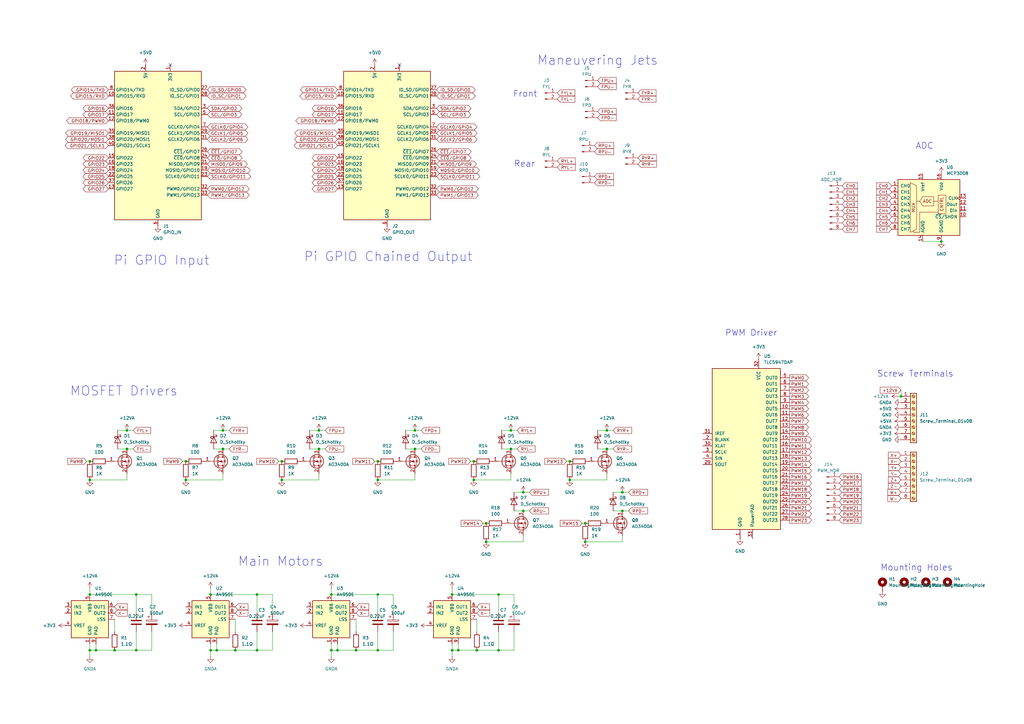
<source format=kicad_sch>
(kicad_sch (version 20250114) (generator "eeschema") (generator_version "9.0")
  (paper "A3")
  (text "PWM Driver" (at 308.102 136.652 0) (effects (font (size 2.54 2.54))))
  (text "ADC" (at 379.222 59.944 0) (effects (font (size 2.54 2.54))))
  (text "Screw Terminals" (at 375.412 153.416 0) (effects (font (size 2.54 2.54))))
  (text "MOSFET Drivers" (at 50.8 160.528 0) (effects (font (size 3.81 3.81))))
  (text "Mounting Holes" (at 375.92 232.918 0) (effects (font (size 2.54 2.54))))
  (text "Rear" (at 215.138 67.31 0) (effects (font (size 2.54 2.54))))
  (text "Front" (at 215.392 38.608 0) (effects (font (size 2.54 2.54))))
  (text "Main Motors" (at 115.062 230.378 0) (effects (font (size 3.81 3.81))))
  (text "Pi GPIO Input" (at 66.294 106.934 0) (effects (font (size 3.81 3.81))))
  (text "Pi GPIO Chained Output" (at 159.258 105.41 0) (effects (font (size 3.81 3.81))))
  (text "Maneuvering Jets" (at 245.11 24.892 0) (effects (font (size 3.81 3.81))))
  (junction (at 96.52 266.7))
  (junction (at 187.96 266.7))
  (junction (at 76.2 196.85))
  (junction (at 36.83 266.7))
  (junction (at 255.27 201.93))
  (junction (at 154.94 266.7))
  (junction (at 135.89 243.84))
  (junction (at 86.36 243.84))
  (junction (at 240.03 222.25))
  (junction (at 52.07 184.15))
  (junction (at 105.41 266.7))
  (junction (at 240.03 214.63))
  (junction (at 199.39 214.63))
  (junction (at 369.57 162.56))
  (junction (at 115.57 196.85))
  (junction (at 46.99 266.7))
  (junction (at 214.63 201.93))
  (junction (at 91.44 184.15))
  (junction (at 154.94 196.85))
  (junction (at 209.55 176.53))
  (junction (at 39.37 266.7))
  (junction (at 248.92 176.53))
  (junction (at 91.44 176.53))
  (junction (at 199.39 222.25))
  (junction (at 204.47 266.7))
  (junction (at 130.81 176.53))
  (junction (at 55.88 266.7))
  (junction (at 55.88 243.84))
  (junction (at 115.57 189.23))
  (junction (at 195.58 266.7))
  (junction (at 154.94 189.23))
  (junction (at 248.92 184.15))
  (junction (at 386.08 99.06))
  (junction (at 233.68 196.85))
  (junction (at 52.07 176.53))
  (junction (at 185.42 243.84))
  (junction (at 154.94 243.84))
  (junction (at 233.68 189.23))
  (junction (at 88.9 266.7))
  (junction (at 214.63 209.55))
  (junction (at 255.27 209.55))
  (junction (at 36.83 243.84))
  (junction (at 130.81 184.15))
  (junction (at 36.83 189.23))
  (junction (at 194.31 189.23))
  (junction (at 170.18 176.53))
  (junction (at 105.41 243.84))
  (junction (at 204.47 243.84))
  (junction (at 209.55 184.15))
  (junction (at 138.43 266.7))
  (junction (at 76.2 189.23))
  (junction (at 146.05 266.7))
  (junction (at 170.18 184.15))
  (junction (at 36.83 196.85))
  (junction (at 86.36 266.7))
  (junction (at 135.89 266.7))
  (junction (at 185.42 266.7))
  (junction (at 194.31 196.85))
  (no_connect (at 163.83 26.67))
  (no_connect (at 69.85 26.67))
  (wire (pts (xy 210.82 266.7) (xy 204.47 266.7)))
  (wire (pts (xy 130.81 194.31) (xy 130.81 196.85)))
  (wire (pts (xy 187.96 264.16) (xy 187.96 266.7)))
  (wire (pts (xy 368.3 162.56) (xy 369.57 162.56)))
  (wire (pts (xy 204.47 251.46) (xy 204.47 243.84)))
  (wire (pts (xy 187.96 266.7) (xy 195.58 266.7)))
  (wire (pts (xy 127 184.15) (xy 130.81 184.15)))
  (wire (pts (xy 378.46 99.06) (xy 386.08 99.06)))
  (wire (pts (xy 138.43 266.7) (xy 135.89 266.7)))
  (wire (pts (xy 130.81 196.85) (xy 115.57 196.85)))
  (wire (pts (xy 248.92 194.31) (xy 248.92 196.85)))
  (wire (pts (xy 130.81 184.15) (xy 133.35 184.15)))
  (wire (pts (xy 105.41 243.84) (xy 86.36 243.84)))
  (wire (pts (xy 210.82 251.46) (xy 210.82 243.84)))
  (wire (pts (xy 91.44 176.53) (xy 93.98 176.53)))
  (wire (pts (xy 170.18 194.31) (xy 170.18 196.85)))
  (wire (pts (xy 204.47 259.08) (xy 204.47 266.7)))
  (wire (pts (xy 187.96 266.7) (xy 185.42 266.7)))
  (wire (pts (xy 87.63 176.53) (xy 91.44 176.53)))
  (wire (pts (xy 255.27 222.25) (xy 240.03 222.25)))
  (wire (pts (xy 154.94 251.46) (xy 154.94 243.84)))
  (wire (pts (xy 111.76 266.7) (xy 105.41 266.7)))
  (wire (pts (xy 52.07 194.31) (xy 52.07 196.85)))
  (wire (pts (xy 161.29 259.08) (xy 161.29 266.7)))
  (wire (pts (xy 198.12 214.63) (xy 199.39 214.63)))
  (wire (pts (xy 105.41 259.08) (xy 105.41 266.7)))
  (wire (pts (xy 127 176.53) (xy 130.81 176.53)))
  (wire (pts (xy 251.46 201.93) (xy 255.27 201.93)))
  (wire (pts (xy 214.63 201.93) (xy 217.17 201.93)))
  (wire (pts (xy 39.37 264.16) (xy 39.37 266.7)))
  (wire (pts (xy 36.83 266.7) (xy 36.83 269.24)))
  (wire (pts (xy 248.92 184.15) (xy 251.46 184.15)))
  (wire (pts (xy 195.58 254) (xy 195.58 259.08)))
  (wire (pts (xy 185.42 264.16) (xy 185.42 266.7)))
  (wire (pts (xy 255.27 209.55) (xy 257.81 209.55)))
  (wire (pts (xy 205.74 176.53) (xy 209.55 176.53)))
  (wire (pts (xy 161.29 251.46) (xy 161.29 243.84)))
  (wire (pts (xy 138.43 264.16) (xy 138.43 266.7)))
  (wire (pts (xy 48.26 176.53) (xy 52.07 176.53)))
  (wire (pts (xy 62.23 266.7) (xy 55.88 266.7)))
  (wire (pts (xy 154.94 259.08) (xy 154.94 266.7)))
  (wire (pts (xy 39.37 266.7) (xy 36.83 266.7)))
  (wire (pts (xy 88.9 264.16) (xy 88.9 266.7)))
  (wire (pts (xy 35.56 189.23) (xy 36.83 189.23)))
  (wire (pts (xy 86.36 266.7) (xy 86.36 269.24)))
  (wire (pts (xy 210.82 259.08) (xy 210.82 266.7)))
  (wire (pts (xy 209.55 184.15) (xy 212.09 184.15)))
  (wire (pts (xy 185.42 241.3) (xy 185.42 243.84)))
  (wire (pts (xy 153.67 189.23) (xy 154.94 189.23)))
  (wire (pts (xy 48.26 184.15) (xy 52.07 184.15)))
  (wire (pts (xy 52.07 184.15) (xy 54.61 184.15)))
  (wire (pts (xy 74.93 189.23) (xy 76.2 189.23)))
  (wire (pts (xy 214.63 219.71) (xy 214.63 222.25)))
  (wire (pts (xy 86.36 241.3) (xy 86.36 243.84)))
  (wire (pts (xy 111.76 243.84) (xy 105.41 243.84)))
  (wire (pts (xy 62.23 243.84) (xy 55.88 243.84)))
  (wire (pts (xy 369.57 160.02) (xy 369.57 162.56)))
  (wire (pts (xy 52.07 176.53) (xy 54.61 176.53)))
  (wire (pts (xy 214.63 209.55) (xy 217.17 209.55)))
  (wire (pts (xy 170.18 184.15) (xy 172.72 184.15)))
  (wire (pts (xy 166.37 184.15) (xy 170.18 184.15)))
  (wire (pts (xy 146.05 254) (xy 146.05 259.08)))
  (wire (pts (xy 214.63 222.25) (xy 199.39 222.25)))
  (wire (pts (xy 39.37 266.7) (xy 46.99 266.7)))
  (wire (pts (xy 135.89 264.16) (xy 135.89 266.7)))
  (wire (pts (xy 248.92 176.53) (xy 251.46 176.53)))
  (wire (pts (xy 210.82 243.84) (xy 204.47 243.84)))
  (wire (pts (xy 170.18 196.85) (xy 154.94 196.85)))
  (wire (pts (xy 185.42 266.7) (xy 185.42 269.24)))
  (wire (pts (xy 210.82 209.55) (xy 214.63 209.55)))
  (wire (pts (xy 88.9 266.7) (xy 86.36 266.7)))
  (wire (pts (xy 238.76 214.63) (xy 240.03 214.63)))
  (wire (pts (xy 209.55 176.53) (xy 212.09 176.53)))
  (wire (pts (xy 255.27 201.93) (xy 257.81 201.93)))
  (wire (pts (xy 111.76 259.08) (xy 111.76 266.7)))
  (wire (pts (xy 154.94 243.84) (xy 135.89 243.84)))
  (wire (pts (xy 170.18 176.53) (xy 172.72 176.53)))
  (wire (pts (xy 161.29 243.84) (xy 154.94 243.84)))
  (wire (pts (xy 245.11 176.53) (xy 248.92 176.53)))
  (wire (pts (xy 105.41 266.7) (xy 96.52 266.7)))
  (wire (pts (xy 114.3 189.23) (xy 115.57 189.23)))
  (wire (pts (xy 96.52 254) (xy 96.52 259.08)))
  (wire (pts (xy 166.37 176.53) (xy 170.18 176.53)))
  (wire (pts (xy 91.44 184.15) (xy 93.98 184.15)))
  (wire (pts (xy 36.83 241.3) (xy 36.83 243.84)))
  (wire (pts (xy 204.47 243.84) (xy 185.42 243.84)))
  (wire (pts (xy 36.83 264.16) (xy 36.83 266.7)))
  (wire (pts (xy 205.74 184.15) (xy 209.55 184.15)))
  (wire (pts (xy 154.94 266.7) (xy 146.05 266.7)))
  (wire (pts (xy 193.04 189.23) (xy 194.31 189.23)))
  (wire (pts (xy 138.43 266.7) (xy 146.05 266.7)))
  (wire (pts (xy 87.63 184.15) (xy 91.44 184.15)))
  (wire (pts (xy 55.88 251.46) (xy 55.88 243.84)))
  (wire (pts (xy 111.76 251.46) (xy 111.76 243.84)))
  (wire (pts (xy 91.44 194.31) (xy 91.44 196.85)))
  (wire (pts (xy 255.27 219.71) (xy 255.27 222.25)))
  (wire (pts (xy 161.29 266.7) (xy 154.94 266.7)))
  (wire (pts (xy 130.81 176.53) (xy 133.35 176.53)))
  (wire (pts (xy 251.46 209.55) (xy 255.27 209.55)))
  (wire (pts (xy 55.88 266.7) (xy 46.99 266.7)))
  (wire (pts (xy 46.99 254) (xy 46.99 259.08)))
  (wire (pts (xy 105.41 251.46) (xy 105.41 243.84)))
  (wire (pts (xy 91.44 196.85) (xy 76.2 196.85)))
  (wire (pts (xy 55.88 259.08) (xy 55.88 266.7)))
  (wire (pts (xy 245.11 184.15) (xy 248.92 184.15)))
  (wire (pts (xy 135.89 266.7) (xy 135.89 269.24)))
  (wire (pts (xy 52.07 196.85) (xy 36.83 196.85)))
  (wire (pts (xy 209.55 196.85) (xy 194.31 196.85)))
  (wire (pts (xy 135.89 241.3) (xy 135.89 243.84)))
  (wire (pts (xy 232.41 189.23) (xy 233.68 189.23)))
  (wire (pts (xy 88.9 266.7) (xy 96.52 266.7)))
  (wire (pts (xy 62.23 251.46) (xy 62.23 243.84)))
  (wire (pts (xy 204.47 266.7) (xy 195.58 266.7)))
  (wire (pts (xy 209.55 194.31) (xy 209.55 196.85)))
  (wire (pts (xy 248.92 196.85) (xy 233.68 196.85)))
  (wire (pts (xy 62.23 259.08) (xy 62.23 266.7)))
  (wire (pts (xy 55.88 243.84) (xy 36.83 243.84)))
  (wire (pts (xy 86.36 264.16) (xy 86.36 266.7)))
  (wire (pts (xy 210.82 201.93) (xy 214.63 201.93)))
  (global_label "PWM9" (shape input) (at 74.93 189.23 180) (property "Intersheetrefs" "${INTERSHEET_REFS}" (effects (hide yes))))
  (global_label "CH7" (shape input) (at 365.76 93.98 180) (property "Intersheetrefs" "${INTERSHEET_REFS}" (effects (hide yes))))
  (global_label "PWM23" (shape output) (at 323.85 213.36 0) (property "Intersheetrefs" "${INTERSHEET_REFS}" (effects (hide yes))))
  (global_label "CH0" (shape input) (at 345.44 76.2 0) (property "Intersheetrefs" "${INTERSHEET_REFS}" (effects (hide yes))))
  (global_label "PWM19" (shape output) (at 323.85 203.2 0) (property "Intersheetrefs" "${INTERSHEET_REFS}" (effects (hide yes))))
  (global_label "PWM11" (shape input) (at 153.67 189.23 180) (property "Intersheetrefs" "${INTERSHEET_REFS}" (effects (hide yes))))
  (global_label "PWM5" (shape output) (at 323.85 167.64 0) (property "Intersheetrefs" "${INTERSHEET_REFS}" (effects (hide yes))))
  (global_label "RYR+" (shape input) (at 251.46 176.53 0) (property "Intersheetrefs" "${INTERSHEET_REFS}" (effects (hide yes))))
  (global_label "X-" (shape input) (at 46.99 251.46 0) (property "Intersheetrefs" "${INTERSHEET_REFS}" (effects (hide yes))))
  (global_label "GPIO16" (shape bidirectional) (at 138.43 44.45 180) (property "Intersheetrefs" "${INTERSHEET_REFS}" (effects (hide yes))))
  (global_label "ID_SD/GPIO0" (shape bidirectional) (at 179.07 36.83 0) (property "Intersheetrefs" "${INTERSHEET_REFS}" (effects (hide yes))))
  (global_label "CH5" (shape input) (at 345.44 88.9 0) (property "Intersheetrefs" "${INTERSHEET_REFS}" (effects (hide yes))))
  (global_label "GPIO23" (shape bidirectional) (at 44.45 67.31 180) (property "Intersheetrefs" "${INTERSHEET_REFS}" (effects (hide yes))))
  (global_label "PWM0" (shape output) (at 323.85 154.94 0) (property "Intersheetrefs" "${INTERSHEET_REFS}" (effects (hide yes))))
  (global_label "PWM10" (shape input) (at 114.3 189.23 180) (property "Intersheetrefs" "${INTERSHEET_REFS}" (effects (hide yes))))
  (global_label "GCLK2/GPIO6" (shape bidirectional) (at 85.09 57.15 0) (property "Intersheetrefs" "${INTERSHEET_REFS}" (effects (hide yes))))
  (global_label "CH3" (shape input) (at 365.76 83.82 180) (property "Intersheetrefs" "${INTERSHEET_REFS}" (effects (hide yes))))
  (global_label "SCL/GPIO3" (shape bidirectional) (at 179.07 46.99 0) (property "Intersheetrefs" "${INTERSHEET_REFS}" (effects (hide yes))))
  (global_label "RPD-" (shape input) (at 243.84 74.93 0) (property "Intersheetrefs" "${INTERSHEET_REFS}" (effects (hide yes))))
  (global_label "PWM3" (shape output) (at 323.85 162.56 0) (property "Intersheetrefs" "${INTERSHEET_REFS}" (effects (hide yes))))
  (global_label "~{CE1}/GPIO7" (shape bidirectional) (at 85.09 62.23 0) (property "Intersheetrefs" "${INTERSHEET_REFS}" (effects (hide yes))))
  (global_label "PWM21" (shape output) (at 323.85 208.28 0) (property "Intersheetrefs" "${INTERSHEET_REFS}" (effects (hide yes))))
  (global_label "RPU-" (shape input) (at 243.84 62.23 0) (property "Intersheetrefs" "${INTERSHEET_REFS}" (effects (hide yes))))
  (global_label "RYL+" (shape input) (at 212.09 176.53 0) (property "Intersheetrefs" "${INTERSHEET_REFS}" (effects (hide yes))))
  (global_label "CH7" (shape input) (at 345.44 93.98 0) (property "Intersheetrefs" "${INTERSHEET_REFS}" (effects (hide yes))))
  (global_label "GPIO21/SCLK1" (shape bidirectional) (at 44.45 59.69 180) (property "Intersheetrefs" "${INTERSHEET_REFS}" (effects (hide yes))))
  (global_label "X+" (shape input) (at 146.05 248.92 0) (property "Intersheetrefs" "${INTERSHEET_REFS}" (effects (hide yes))))
  (global_label "X+" (shape input) (at 96.52 248.92 0) (property "Intersheetrefs" "${INTERSHEET_REFS}" (effects (hide yes))))
  (global_label "PWM13" (shape output) (at 323.85 187.96 0) (property "Intersheetrefs" "${INTERSHEET_REFS}" (effects (hide yes))))
  (global_label "GPIO22" (shape bidirectional) (at 44.45 64.77 180) (property "Intersheetrefs" "${INTERSHEET_REFS}" (effects (hide yes))))
  (global_label "FPU+" (shape input) (at 245.11 33.02 0) (property "Intersheetrefs" "${INTERSHEET_REFS}" (effects (hide yes))))
  (global_label "PWM12" (shape output) (at 323.85 185.42 0) (property "Intersheetrefs" "${INTERSHEET_REFS}" (effects (hide yes))))
  (global_label "RYL-" (shape input) (at 228.6 68.58 0) (property "Intersheetrefs" "${INTERSHEET_REFS}" (effects (hide yes))))
  (global_label "PWM14" (shape output) (at 323.85 190.5 0) (property "Intersheetrefs" "${INTERSHEET_REFS}" (effects (hide yes))))
  (global_label "RPD-" (shape input) (at 257.81 209.55 0) (property "Intersheetrefs" "${INTERSHEET_REFS}" (effects (hide yes))))
  (global_label "PWM6" (shape output) (at 323.85 170.18 0) (property "Intersheetrefs" "${INTERSHEET_REFS}" (effects (hide yes))))
  (global_label "SCLK0/GPIO11" (shape bidirectional) (at 179.07 72.39 0) (property "Intersheetrefs" "${INTERSHEET_REFS}" (effects (hide yes))))
  (global_label "PWM21" (shape input) (at 344.17 208.28 0) (property "Intersheetrefs" "${INTERSHEET_REFS}" (effects (hide yes))))
  (global_label "FPD+" (shape input) (at 172.72 176.53 0) (property "Intersheetrefs" "${INTERSHEET_REFS}" (effects (hide yes))))
  (global_label "GPIO20/MOSI1" (shape bidirectional) (at 44.45 57.15 180) (property "Intersheetrefs" "${INTERSHEET_REFS}" (effects (hide yes))))
  (global_label "FYR-" (shape input) (at 261.62 40.64 0) (property "Intersheetrefs" "${INTERSHEET_REFS}" (effects (hide yes))))
  (global_label "+12VA" (shape input) (at 369.57 160.02 180) (property "Intersheetrefs" "${INTERSHEET_REFS}" (effects (hide yes))))
  (global_label "FYR+" (shape input) (at 261.62 38.1 0) (property "Intersheetrefs" "${INTERSHEET_REFS}" (effects (hide yes))))
  (global_label "GPIO15/RXD" (shape bidirectional) (at 138.43 39.37 180) (property "Intersheetrefs" "${INTERSHEET_REFS}" (effects (hide yes))))
  (global_label "FPD+" (shape input) (at 245.11 45.72 0) (property "Intersheetrefs" "${INTERSHEET_REFS}" (effects (hide yes))))
  (global_label "FYL-" (shape input) (at 228.6 40.64 0) (property "Intersheetrefs" "${INTERSHEET_REFS}" (effects (hide yes))))
  (global_label "X+" (shape input) (at 46.99 248.92 0) (property "Intersheetrefs" "${INTERSHEET_REFS}" (effects (hide yes))))
  (global_label "CH1" (shape input) (at 365.76 78.74 180) (property "Intersheetrefs" "${INTERSHEET_REFS}" (effects (hide yes))))
  (global_label "RYR-" (shape input) (at 251.46 184.15 0) (property "Intersheetrefs" "${INTERSHEET_REFS}" (effects (hide yes))))
  (global_label "PWM11" (shape output) (at 323.85 182.88 0) (property "Intersheetrefs" "${INTERSHEET_REFS}" (effects (hide yes))))
  (global_label "PWM8" (shape input) (at 35.56 189.23 180) (property "Intersheetrefs" "${INTERSHEET_REFS}" (effects (hide yes))))
  (global_label "CH6" (shape input) (at 345.44 91.44 0) (property "Intersheetrefs" "${INTERSHEET_REFS}" (effects (hide yes))))
  (global_label "MOSI0/GPIO10" (shape bidirectional) (at 179.07 69.85 0) (property "Intersheetrefs" "${INTERSHEET_REFS}" (effects (hide yes))))
  (global_label "PWM23" (shape input) (at 344.17 213.36 0) (property "Intersheetrefs" "${INTERSHEET_REFS}" (effects (hide yes))))
  (global_label "~{CE1}/GPIO7" (shape bidirectional) (at 179.07 62.23 0) (property "Intersheetrefs" "${INTERSHEET_REFS}" (effects (hide yes))))
  (global_label "CH1" (shape input) (at 345.44 78.74 0) (property "Intersheetrefs" "${INTERSHEET_REFS}" (effects (hide yes))))
  (global_label "RPU-" (shape input) (at 217.17 209.55 0) (property "Intersheetrefs" "${INTERSHEET_REFS}" (effects (hide yes))))
  (global_label "MISO0/GPIO9" (shape bidirectional) (at 179.07 67.31 0) (property "Intersheetrefs" "${INTERSHEET_REFS}" (effects (hide yes))))
  (global_label "PWM2" (shape output) (at 323.85 160.02 0) (property "Intersheetrefs" "${INTERSHEET_REFS}" (effects (hide yes))))
  (global_label "X-" (shape input) (at 96.52 251.46 0) (property "Intersheetrefs" "${INTERSHEET_REFS}" (effects (hide yes))))
  (global_label "PWM7" (shape output) (at 323.85 172.72 0) (property "Intersheetrefs" "${INTERSHEET_REFS}" (effects (hide yes))))
  (global_label "SDA/GPIO2" (shape bidirectional) (at 85.09 44.45 0) (property "Intersheetrefs" "${INTERSHEET_REFS}" (effects (hide yes))))
  (global_label "GPIO26" (shape bidirectional) (at 44.45 74.93 180) (property "Intersheetrefs" "${INTERSHEET_REFS}" (effects (hide yes))))
  (global_label "FPD-" (shape input) (at 245.11 48.26 0) (property "Intersheetrefs" "${INTERSHEET_REFS}" (effects (hide yes))))
  (global_label "GPIO17" (shape bidirectional) (at 138.43 46.99 180) (property "Intersheetrefs" "${INTERSHEET_REFS}" (effects (hide yes))))
  (global_label "CH0" (shape input) (at 365.76 76.2 180) (property "Intersheetrefs" "${INTERSHEET_REFS}" (effects (hide yes))))
  (global_label "GPIO14/TXD" (shape bidirectional) (at 138.43 36.83 180) (property "Intersheetrefs" "${INTERSHEET_REFS}" (effects (hide yes))))
  (global_label "RYR+" (shape input) (at 261.62 64.77 0) (property "Intersheetrefs" "${INTERSHEET_REFS}" (effects (hide yes))))
  (global_label "PWM18" (shape output) (at 323.85 200.66 0) (property "Intersheetrefs" "${INTERSHEET_REFS}" (effects (hide yes))))
  (global_label "GCLK0/GPIO4" (shape bidirectional) (at 179.07 52.07 0) (property "Intersheetrefs" "${INTERSHEET_REFS}" (effects (hide yes))))
  (global_label "PWM15" (shape input) (at 238.76 214.63 180) (property "Intersheetrefs" "${INTERSHEET_REFS}" (effects (hide yes))))
  (global_label "PWM1" (shape output) (at 323.85 157.48 0) (property "Intersheetrefs" "${INTERSHEET_REFS}" (effects (hide yes))))
  (global_label "GCLK2/GPIO6" (shape bidirectional) (at 179.07 57.15 0) (property "Intersheetrefs" "${INTERSHEET_REFS}" (effects (hide yes))))
  (global_label "~{CE0}/GPIO8" (shape bidirectional) (at 179.07 64.77 0) (property "Intersheetrefs" "${INTERSHEET_REFS}" (effects (hide yes))))
  (global_label "Y+" (shape input) (at 369.57 191.77 180) (property "Intersheetrefs" "${INTERSHEET_REFS}" (effects (hide yes))))
  (global_label "PWM13" (shape input) (at 232.41 189.23 180) (property "Intersheetrefs" "${INTERSHEET_REFS}" (effects (hide yes))))
  (global_label "RPD+" (shape input) (at 257.81 201.93 0) (property "Intersheetrefs" "${INTERSHEET_REFS}" (effects (hide yes))))
  (global_label "PWM16" (shape input) (at 344.17 195.58 0) (property "Intersheetrefs" "${INTERSHEET_REFS}" (effects (hide yes))))
  (global_label "PWM8" (shape output) (at 323.85 175.26 0) (property "Intersheetrefs" "${INTERSHEET_REFS}" (effects (hide yes))))
  (global_label "SCLK0/GPIO11" (shape bidirectional) (at 85.09 72.39 0) (property "Intersheetrefs" "${INTERSHEET_REFS}" (effects (hide yes))))
  (global_label "FYR-" (shape input) (at 93.98 184.15 0) (property "Intersheetrefs" "${INTERSHEET_REFS}" (effects (hide yes))))
  (global_label "GPIO26" (shape bidirectional) (at 138.43 74.93 180) (property "Intersheetrefs" "${INTERSHEET_REFS}" (effects (hide yes))))
  (global_label "GPIO27" (shape bidirectional) (at 44.45 77.47 180) (property "Intersheetrefs" "${INTERSHEET_REFS}" (effects (hide yes))))
  (global_label "PWM20" (shape output) (at 323.85 205.74 0) (property "Intersheetrefs" "${INTERSHEET_REFS}" (effects (hide yes))))
  (global_label "PWM22" (shape input) (at 344.17 210.82 0) (property "Intersheetrefs" "${INTERSHEET_REFS}" (effects (hide yes))))
  (global_label "PWM16" (shape output) (at 323.85 195.58 0) (property "Intersheetrefs" "${INTERSHEET_REFS}" (effects (hide yes))))
  (global_label "GCLK0/GPIO4" (shape bidirectional) (at 85.09 52.07 0) (property "Intersheetrefs" "${INTERSHEET_REFS}" (effects (hide yes))))
  (global_label "MOSI0/GPIO10" (shape bidirectional) (at 85.09 69.85 0) (property "Intersheetrefs" "${INTERSHEET_REFS}" (effects (hide yes))))
  (global_label "CH2" (shape input) (at 345.44 81.28 0) (property "Intersheetrefs" "${INTERSHEET_REFS}" (effects (hide yes))))
  (global_label "MISO0/GPIO9" (shape bidirectional) (at 85.09 67.31 0) (property "Intersheetrefs" "${INTERSHEET_REFS}" (effects (hide yes))))
  (global_label "Z+" (shape input) (at 369.57 196.85 180) (property "Intersheetrefs" "${INTERSHEET_REFS}" (effects (hide yes))))
  (global_label "ID_SD/GPIO0" (shape bidirectional) (at 85.09 36.83 0) (property "Intersheetrefs" "${INTERSHEET_REFS}" (effects (hide yes))))
  (global_label "GPIO16" (shape bidirectional) (at 44.45 44.45 180) (property "Intersheetrefs" "${INTERSHEET_REFS}" (effects (hide yes))))
  (global_label "X-" (shape input) (at 369.57 189.23 180) (property "Intersheetrefs" "${INTERSHEET_REFS}" (effects (hide yes))))
  (global_label "PWM19" (shape input) (at 344.17 203.2 0) (property "Intersheetrefs" "${INTERSHEET_REFS}" (effects (hide yes))))
  (global_label "GPIO20/MOSI1" (shape bidirectional) (at 138.43 57.15 180) (property "Intersheetrefs" "${INTERSHEET_REFS}" (effects (hide yes))))
  (global_label "GPIO19/MISO1" (shape bidirectional) (at 44.45 54.61 180) (property "Intersheetrefs" "${INTERSHEET_REFS}" (effects (hide yes))))
  (global_label "RYL+" (shape input) (at 228.6 66.04 0) (property "Intersheetrefs" "${INTERSHEET_REFS}" (effects (hide yes))))
  (global_label "~{CE0}/GPIO8" (shape bidirectional) (at 85.09 64.77 0) (property "Intersheetrefs" "${INTERSHEET_REFS}" (effects (hide yes))))
  (global_label "PWM10" (shape output) (at 323.85 180.34 0) (property "Intersheetrefs" "${INTERSHEET_REFS}" (effects (hide yes))))
  (global_label "GPIO17" (shape bidirectional) (at 44.45 46.99 180) (property "Intersheetrefs" "${INTERSHEET_REFS}" (effects (hide yes))))
  (global_label "GPIO27" (shape bidirectional) (at 138.43 77.47 180) (property "Intersheetrefs" "${INTERSHEET_REFS}" (effects (hide yes))))
  (global_label "Z-" (shape input) (at 369.57 199.39 180) (property "Intersheetrefs" "${INTERSHEET_REFS}" (effects (hide yes))))
  (global_label "PWM1/GPIO13" (shape bidirectional) (at 85.09 80.01 0) (property "Intersheetrefs" "${INTERSHEET_REFS}" (effects (hide yes))))
  (global_label "X+" (shape input) (at 195.58 248.92 0) (property "Intersheetrefs" "${INTERSHEET_REFS}" (effects (hide yes))))
  (global_label "SCL/GPIO3" (shape bidirectional) (at 85.09 46.99 0) (property "Intersheetrefs" "${INTERSHEET_REFS}" (effects (hide yes))))
  (global_label "Y-" (shape input) (at 369.57 194.31 180) (property "Intersheetrefs" "${INTERSHEET_REFS}" (effects (hide yes))))
  (global_label "CH2" (shape input) (at 365.76 81.28 180) (property "Intersheetrefs" "${INTERSHEET_REFS}" (effects (hide yes))))
  (global_label "PWM14" (shape input) (at 198.12 214.63 180) (property "Intersheetrefs" "${INTERSHEET_REFS}" (effects (hide yes))))
  (global_label "RYR-" (shape input) (at 261.62 67.31 0) (property "Intersheetrefs" "${INTERSHEET_REFS}" (effects (hide yes))))
  (global_label "RPU+" (shape input) (at 243.84 59.69 0) (property "Intersheetrefs" "${INTERSHEET_REFS}" (effects (hide yes))))
  (global_label "FYL+" (shape input) (at 54.61 176.53 0) (property "Intersheetrefs" "${INTERSHEET_REFS}" (effects (hide yes))))
  (global_label "PWM4" (shape output) (at 323.85 165.1 0) (property "Intersheetrefs" "${INTERSHEET_REFS}" (effects (hide yes))))
  (global_label "FYR+" (shape input) (at 93.98 176.53 0) (property "Intersheetrefs" "${INTERSHEET_REFS}" (effects (hide yes))))
  (global_label "GPIO25" (shape bidirectional) (at 44.45 72.39 180) (property "Intersheetrefs" "${INTERSHEET_REFS}" (effects (hide yes))))
  (global_label "GCLK1/GPIO5" (shape bidirectional) (at 85.09 54.61 0) (property "Intersheetrefs" "${INTERSHEET_REFS}" (effects (hide yes))))
  (global_label "GPIO23" (shape bidirectional) (at 138.43 67.31 180) (property "Intersheetrefs" "${INTERSHEET_REFS}" (effects (hide yes))))
  (global_label "CH5" (shape input) (at 365.76 88.9 180) (property "Intersheetrefs" "${INTERSHEET_REFS}" (effects (hide yes))))
  (global_label "W-" (shape input) (at 369.57 204.47 180) (property "Intersheetrefs" "${INTERSHEET_REFS}" (effects (hide yes))))
  (global_label "FYL-" (shape input) (at 54.61 184.15 0) (property "Intersheetrefs" "${INTERSHEET_REFS}" (effects (hide yes))))
  (global_label "CH4" (shape input) (at 345.44 86.36 0) (property "Intersheetrefs" "${INTERSHEET_REFS}" (effects (hide yes))))
  (global_label "FPD-" (shape input) (at 172.72 184.15 0) (property "Intersheetrefs" "${INTERSHEET_REFS}" (effects (hide yes))))
  (global_label "FPU+" (shape input) (at 133.35 176.53 0) (property "Intersheetrefs" "${INTERSHEET_REFS}" (effects (hide yes))))
  (global_label "PWM0/GPIO12" (shape bidirectional) (at 179.07 77.47 0) (property "Intersheetrefs" "${INTERSHEET_REFS}" (effects (hide yes))))
  (global_label "SDA/GPIO2" (shape bidirectional) (at 179.07 44.45 0) (property "Intersheetrefs" "${INTERSHEET_REFS}" (effects (hide yes))))
  (global_label "PWM1/GPIO13" (shape bidirectional) (at 179.07 80.01 0) (property "Intersheetrefs" "${INTERSHEET_REFS}" (effects (hide yes))))
  (global_label "GPIO24" (shape bidirectional) (at 44.45 69.85 180) (property "Intersheetrefs" "${INTERSHEET_REFS}" (effects (hide yes))))
  (global_label "PWM0/GPIO12" (shape bidirectional) (at 85.09 77.47 0) (property "Intersheetrefs" "${INTERSHEET_REFS}" (effects (hide yes))))
  (global_label "GPIO21/SCLK1" (shape bidirectional) (at 138.43 59.69 180) (property "Intersheetrefs" "${INTERSHEET_REFS}" (effects (hide yes))))
  (global_label "PWM9" (shape output) (at 323.85 177.8 0) (property "Intersheetrefs" "${INTERSHEET_REFS}" (effects (hide yes))))
  (global_label "FPU-" (shape input) (at 245.11 35.56 0) (property "Intersheetrefs" "${INTERSHEET_REFS}" (effects (hide yes))))
  (global_label "GPIO25" (shape bidirectional) (at 138.43 72.39 180) (property "Intersheetrefs" "${INTERSHEET_REFS}" (effects (hide yes))))
  (global_label "GPIO22" (shape bidirectional) (at 138.43 64.77 180) (property "Intersheetrefs" "${INTERSHEET_REFS}" (effects (hide yes))))
  (global_label "X+" (shape input) (at 369.57 186.69 180) (property "Intersheetrefs" "${INTERSHEET_REFS}" (effects (hide yes))))
  (global_label "X-" (shape input) (at 146.05 251.46 0) (property "Intersheetrefs" "${INTERSHEET_REFS}" (effects (hide yes))))
  (global_label "GPIO15/RXD" (shape bidirectional) (at 44.45 39.37 180) (property "Intersheetrefs" "${INTERSHEET_REFS}" (effects (hide yes))))
  (global_label "GPIO18/PWM0" (shape bidirectional) (at 138.43 49.53 180) (property "Intersheetrefs" "${INTERSHEET_REFS}" (effects (hide yes))))
  (global_label "PWM22" (shape output) (at 323.85 210.82 0) (property "Intersheetrefs" "${INTERSHEET_REFS}" (effects (hide yes))))
  (global_label "RYL-" (shape input) (at 212.09 184.15 0) (property "Intersheetrefs" "${INTERSHEET_REFS}" (effects (hide yes))))
  (global_label "FPU-" (shape input) (at 133.35 184.15 0) (property "Intersheetrefs" "${INTERSHEET_REFS}" (effects (hide yes))))
  (global_label "GPIO18/PWM0" (shape bidirectional) (at 44.45 49.53 180) (property "Intersheetrefs" "${INTERSHEET_REFS}" (effects (hide yes))))
  (global_label "GPIO14/TXD" (shape bidirectional) (at 44.45 36.83 180) (property "Intersheetrefs" "${INTERSHEET_REFS}" (effects (hide yes))))
  (global_label "ID_SC/GPIO1" (shape bidirectional) (at 85.09 39.37 0) (property "Intersheetrefs" "${INTERSHEET_REFS}" (effects (hide yes))))
  (global_label "PWM18" (shape input) (at 344.17 200.66 0) (property "Intersheetrefs" "${INTERSHEET_REFS}" (effects (hide yes))))
  (global_label "ID_SC/GPIO1" (shape bidirectional) (at 179.07 39.37 0) (property "Intersheetrefs" "${INTERSHEET_REFS}" (effects (hide yes))))
  (global_label "GPIO24" (shape bidirectional) (at 138.43 69.85 180) (property "Intersheetrefs" "${INTERSHEET_REFS}" (effects (hide yes))))
  (global_label "X-" (shape input) (at 195.58 251.46 0) (property "Intersheetrefs" "${INTERSHEET_REFS}" (effects (hide yes))))
  (global_label "CH4" (shape input) (at 365.76 86.36 180) (property "Intersheetrefs" "${INTERSHEET_REFS}" (effects (hide yes))))
  (global_label "PWM15" (shape output) (at 323.85 193.04 0) (property "Intersheetrefs" "${INTERSHEET_REFS}" (effects (hide yes))))
  (global_label "CH6" (shape input) (at 365.76 91.44 180) (property "Intersheetrefs" "${INTERSHEET_REFS}" (effects (hide yes))))
  (global_label "GPIO19/MISO1" (shape bidirectional) (at 138.43 54.61 180) (property "Intersheetrefs" "${INTERSHEET_REFS}" (effects (hide yes))))
  (global_label "RPD+" (shape input) (at 243.84 72.39 0) (property "Intersheetrefs" "${INTERSHEET_REFS}" (effects (hide yes))))
  (global_label "GCLK1/GPIO5" (shape bidirectional) (at 179.07 54.61 0) (property "Intersheetrefs" "${INTERSHEET_REFS}" (effects (hide yes))))
  (global_label "CH3" (shape input) (at 345.44 83.82 0) (property "Intersheetrefs" "${INTERSHEET_REFS}" (effects (hide yes))))
  (global_label "RPU+" (shape input) (at 217.17 201.93 0) (property "Intersheetrefs" "${INTERSHEET_REFS}" (effects (hide yes))))
  (global_label "W+" (shape input) (at 369.57 201.93 180) (property "Intersheetrefs" "${INTERSHEET_REFS}" (effects (hide yes))))
  (global_label "FYL+" (shape input) (at 228.6 38.1 0) (property "Intersheetrefs" "${INTERSHEET_REFS}" (effects (hide yes))))
  (global_label "PWM17" (shape input) (at 344.17 198.12 0) (property "Intersheetrefs" "${INTERSHEET_REFS}" (effects (hide yes))))
  (global_label "PWM20" (shape input) (at 344.17 205.74 0) (property "Intersheetrefs" "${INTERSHEET_REFS}" (effects (hide yes))))
  (global_label "PWM17" (shape output) (at 323.85 198.12 0) (property "Intersheetrefs" "${INTERSHEET_REFS}" (effects (hide yes))))
  (global_label "PWM12" (shape input) (at 193.04 189.23 180) (property "Intersheetrefs" "${INTERSHEET_REFS}" (effects (hide yes))))
  (symbol (lib_id "Connector:Raspberry_Pi_2_3") (at 64.77 59.69 0) (unit 1)
    (property "Reference" "J1" (at 66.9133 92.71 0) (effects (justify left)))
    (property "Value" "GPIO_IN" (at 66.9133 95.25 0) (effects (justify left)))
    (property "Footprint" "Connector_PinHeader_2.54mm:PinHeader_2x20_P2.54mm_Vertical" (effects (hide yes)))
    (property "Datasheet" "https://www.raspberrypi.org/documentation/hardware/raspberrypi/schematics/rpi_SCH_3bplus_1p0_reduced.pdf" (effects (hide yes)))
    (property "Description" "expansion header for Raspberry Pi 2 & 3" (effects (hide yes)))
  )
  (symbol (lib_id "power:GND") (at 194.31 196.85 0) (unit 1)
    (property "Reference" "#PWR038" (effects (hide yes)))
    (property "Value" "GND" (at 194.31 201.93 0))
    (property "Description" "Power symbol creates a global label with name \"GND\" , ground" (effects (hide yes)))
  )
  (symbol (lib_id "Device:R") (at 76.2 193.04 0) (unit 1)
    (property "Reference" "R7" (at 78.74 191.7699 0) (effects (justify left)))
    (property "Value" "1K" (at 78.74 194.3099 0) (effects (justify left)))
    (property "Footprint" "Resistor_SMD:R_0603_1608Metric_Pad0.98x0.95mm_HandSolder" (effects (hide yes)))
    (property "Description" "Resistor" (effects (hide yes)))
  )
  (symbol (lib_id "Device:C") (at 55.88 255.27 0) (mirror y) (unit 1)
    (property "Reference" "C1" (at 59.182 250.19 0) (effects (justify left)))
    (property "Value" "0.22uF" (at 59.182 252.73 0) (effects (justify left)))
    (property "Footprint" "Capacitor_SMD:C_0603_1608Metric_Pad1.08x0.95mm_HandSolder" (effects (hide yes)))
    (property "Description" "Unpolarized capacitor" (effects (hide yes)))
  )
  (symbol (lib_id "Device:R") (at 237.49 189.23 90) (unit 1)
    (property "Reference" "R16" (at 237.49 182.88 90))
    (property "Value" "100" (at 237.49 185.42 90))
    (property "Footprint" "Resistor_SMD:R_0603_1608Metric_Pad0.98x0.95mm_HandSolder" (effects (hide yes)))
    (property "Description" "Resistor" (effects (hide yes)))
  )
  (symbol (lib_id "Device:R") (at 198.12 189.23 90) (unit 1)
    (property "Reference" "R14" (at 198.12 182.88 90))
    (property "Value" "100" (at 198.12 185.42 90))
    (property "Footprint" "Resistor_SMD:R_0603_1608Metric_Pad0.98x0.95mm_HandSolder" (effects (hide yes)))
    (property "Description" "Resistor" (effects (hide yes)))
  )
  (symbol (lib_id "Transistor_FET:AO3400A") (at 167.64 189.23 0) (unit 1)
    (property "Reference" "Q4" (at 173.99 187.9599 0) (effects (justify left)))
    (property "Value" "AO3400A" (at 173.99 190.4999 0) (effects (justify left)))
    (property "Footprint" "Package_TO_SOT_SMD:SOT-23" (effects (hide yes)))
    (property "Datasheet" "http://www.aosmd.com/pdfs/datasheet/AO3400A.pdf" (effects (hide yes)))
    (property "Description" "30V Vds, 5.7A Id, N-Channel MOSFET, SOT-23" (effects (hide yes)))
  )
  (symbol (lib_id "power:GND") (at 64.77 92.71 0) (unit 1)
    (property "Reference" "#PWR01" (effects (hide yes)))
    (property "Value" "GND" (at 64.77 97.79 0))
    (property "Description" "Power symbol creates a global label with name \"GND\" , ground" (effects (hide yes)))
  )
  (symbol (lib_id "power:+12VA") (at 86.36 241.3 0) (unit 1)
    (property "Reference" "#PWR018" (effects (hide yes)))
    (property "Value" "+12VA" (at 86.36 236.22 0))
    (property "Description" "Power symbol creates a global label with name \"+12VA\"" (effects (hide yes)))
  )
  (symbol (lib_id "Device:D_Schottky") (at 87.63 180.34 270) (unit 1)
    (property "Reference" "D2" (at 90.17 178.7524 90) (effects (justify left)))
    (property "Value" "D_Schottky" (at 90.17 181.2924 90) (effects (justify left)))
    (property "Footprint" "Diode_SMD:D_0603_1608Metric_Pad1.05x0.95mm_HandSolder" (effects (hide yes)))
    (property "Description" "Schottky diode" (effects (hide yes)))
  )
  (symbol (lib_id "power:+12VA") (at 130.81 176.53 0) (unit 1)
    (property "Reference" "#PWR035" (effects (hide yes)))
    (property "Value" "+12VA" (at 130.81 171.45 0))
    (property "Description" "Power symbol creates a global label with name \"+12VA\"" (effects (hide yes)))
  )
  (symbol (lib_id "power:+12VA") (at 368.3 162.56 90) (unit 1)
    (property "Reference" "#PWR06" (effects (hide yes)))
    (property "Value" "+12VA" (at 364.49 162.5599 90) (effects (justify left)))
    (property "Description" "Power symbol creates a global label with name \"+12VA\"" (effects (hide yes)))
  )
  (symbol (lib_id "power:GND") (at 36.83 196.85 0) (unit 1)
    (property "Reference" "#PWR026" (effects (hide yes)))
    (property "Value" "GND" (at 36.83 201.93 0))
    (property "Description" "Power symbol creates a global label with name \"GND\" , ground" (effects (hide yes)))
  )
  (symbol (lib_id "power:GND") (at 386.08 99.06 0) (unit 1)
    (property "Reference" "#PWR029" (effects (hide yes)))
    (property "Value" "GND" (at 386.08 104.14 0))
    (property "Description" "Power symbol creates a global label with name \"GND\" , ground" (effects (hide yes)))
  )
  (symbol (lib_id "Connector:Screw_Terminal_01x08") (at 374.65 194.31 0) (unit 1)
    (property "Reference" "J12" (at 377.19 194.3099 0) (effects (justify left)))
    (property "Value" "Screw_Terminal_01x08" (at 377.19 196.8499 0) (effects (justify left)))
    (property "Footprint" "TerminalBlock_Phoenix:TerminalBlock_Phoenix_MKDS-1,5-8_1x08_P5.00mm_Horizontal" (effects (hide yes)))
    (property "Description" "Generic screw terminal, single row, 01x08, script generated (kicad-library-utils/schlib/autogen/connector/)" (effects (hide yes)))
  )
  (symbol (lib_id "power:+5VD") (at 59.69 26.67 0) (unit 1)
    (property "Reference" "#PWR04" (effects (hide yes)))
    (property "Value" "+5VD" (at 59.69 21.59 0))
    (property "Description" "Power symbol creates a global label with name \"+5VD\"" (effects (hide yes)))
  )
  (symbol (lib_id "Device:R") (at 40.64 189.23 90) (unit 1)
    (property "Reference" "R5" (at 40.64 182.88 90))
    (property "Value" "100" (at 40.64 185.42 90))
    (property "Footprint" "Resistor_SMD:R_0603_1608Metric_Pad0.98x0.95mm_HandSolder" (effects (hide yes)))
    (property "Description" "Resistor" (effects (hide yes)))
  )
  (symbol (lib_id "Connector:Conn_01x02_Pin") (at 238.76 72.39 0) (unit 1)
    (property "Reference" "J10" (at 239.395 67.31 0))
    (property "Value" "RPD" (at 239.395 69.85 0))
    (property "Footprint" "Connector_JST:JST_PH_B2B-PH-K_1x02_P2.00mm_Vertical" (effects (hide yes)))
    (property "Description" "Generic connector, single row, 01x02, script generated" (effects (hide yes)))
  )
  (symbol (lib_id "Transistor_FET:AO3400A") (at 246.38 189.23 0) (unit 1)
    (property "Reference" "Q6" (at 252.73 187.9599 0) (effects (justify left)))
    (property "Value" "AO3400A" (at 252.73 190.4999 0) (effects (justify left)))
    (property "Footprint" "Package_TO_SOT_SMD:SOT-23" (effects (hide yes)))
    (property "Datasheet" "http://www.aosmd.com/pdfs/datasheet/AO3400A.pdf" (effects (hide yes)))
    (property "Description" "30V Vds, 5.7A Id, N-Channel MOSFET, SOT-23" (effects (hide yes)))
  )
  (symbol (lib_id "power:+12VA") (at 135.89 241.3 0) (unit 1)
    (property "Reference" "#PWR021" (effects (hide yes)))
    (property "Value" "+12VA" (at 135.89 236.22 0))
    (property "Description" "Power symbol creates a global label with name \"+12VA\"" (effects (hide yes)))
  )
  (symbol (lib_id "Mechanical:MountingHole") (at 379.73 238.76 0) (unit 1) (in_bom no)
    (property "Reference" "H3" (at 382.27 237.4899 0) (effects (justify left)))
    (property "Value" "MountingHole" (at 382.27 240.0299 0) (effects (justify left)))
    (property "Footprint" "MountingHole:MountingHole_3.2mm_M3" (effects (hide yes)))
    (property "Description" "Mounting Hole without connection" (effects (hide yes)))
  )
  (symbol (lib_id "power:+5VD") (at 369.57 167.64 90) (unit 1)
    (property "Reference" "#PWR08" (effects (hide yes)))
    (property "Value" "+5VD" (at 365.76 167.6399 90) (effects (justify left)))
    (property "Description" "Power symbol creates a global label with name \"+5VD\"" (effects (hide yes)))
  )
  (symbol (lib_id "power:+12VA") (at 185.42 241.3 0) (unit 1)
    (property "Reference" "#PWR024" (effects (hide yes)))
    (property "Value" "+12VA" (at 185.42 236.22 0))
    (property "Description" "Power symbol creates a global label with name \"+12VA\"" (effects (hide yes)))
  )
  (symbol (lib_id "power:GND") (at 361.95 242.57 0) (unit 1)
    (property "Reference" "#PWR05" (effects (hide yes)))
    (property "Value" "GND" (at 361.95 247.65 0))
    (property "Description" "Power symbol creates a global label with name \"GND\" , ground" (effects (hide yes)))
  )
  (symbol (lib_id "power:+3V3") (at 26.67 256.54 90) (unit 1)
    (property "Reference" "#PWR016" (effects (hide yes)))
    (property "Value" "+3V3" (at 22.86 256.5399 90) (effects (justify left)))
    (property "Description" "Power symbol creates a global label with name \"+3V3\"" (effects (hide yes)))
  )
  (symbol (lib_id "Device:R") (at 194.31 193.04 0) (unit 1)
    (property "Reference" "R13" (at 196.85 191.7699 0) (effects (justify left)))
    (property "Value" "1K" (at 196.85 194.3099 0) (effects (justify left)))
    (property "Footprint" "Resistor_SMD:R_0603_1608Metric_Pad0.98x0.95mm_HandSolder" (effects (hide yes)))
    (property "Description" "Resistor" (effects (hide yes)))
  )
  (symbol (lib_id "Driver_Motor:A4950E") (at 86.36 254 0) (unit 1)
    (property "Reference" "U2" (at 88.5033 241.3 0) (effects (justify left)))
    (property "Value" "A4950E" (at 88.5033 243.84 0) (effects (justify left)))
    (property "Footprint" "Package_SO:SOIC-8-1EP_3.9x4.9mm_P1.27mm_EP2.41x3.3mm" (effects (hide yes)))
    (property "Datasheet" "http://www.allegromicro.com/~/media/Files/Datasheets/A4950-Datasheet.ashx" (effects (hide yes)))
    (property "Description" "Full-Bridge, DMOS PWM, Motor Driver, 40V, 3.5A, -40 to +85C" (effects (hide yes)))
  )
  (symbol (lib_id "Device:C_Polarized") (at 111.76 255.27 0) (unit 1)
    (property "Reference" "C4" (at 110.744 248.92 0) (effects (justify left)))
    (property "Value" "100uF" (at 110.744 251.46 0) (effects (justify left)))
    (property "Footprint" "Capacitor_THT:CP_Radial_D5.0mm_P2.50mm" (effects (hide yes)))
    (property "Description" "Polarized capacitor" (effects (hide yes)))
  )
  (symbol (lib_id "Analog_ADC:MCP3008") (at 381 83.82 0) (unit 1)
    (property "Reference" "U6" (at 388.2233 68.58 0) (effects (justify left)))
    (property "Value" "MCP3008" (at 388.2233 71.12 0) (effects (justify left)))
    (property "Footprint" "Package_SO:SOIC-16_3.9x9.9mm_P1.27mm" (effects (hide yes)))
    (property "Datasheet" "http://ww1.microchip.com/downloads/en/DeviceDoc/21295d.pdf" (effects (hide yes)))
    (property "Description" "A/D Converter, 10-Bit, 8-Channel, SPI Interface , 2.7V-5.5V" (effects (hide yes)))
  )
  (symbol (lib_id "power:GNDA") (at 86.36 269.24 0) (unit 1)
    (property "Reference" "#PWR019" (effects (hide yes)))
    (property "Value" "GNDA" (at 86.36 274.32 0))
    (property "Description" "Power symbol creates a global label with name \"GNDA\" , analog ground" (effects (hide yes)))
  )
  (symbol (lib_id "power:+12VA") (at 170.18 176.53 0) (unit 1)
    (property "Reference" "#PWR037" (effects (hide yes)))
    (property "Value" "+12VA" (at 170.18 171.45 0))
    (property "Description" "Power symbol creates a global label with name \"+12VA\"" (effects (hide yes)))
  )
  (symbol (lib_id "power:GNDA") (at 185.42 269.24 0) (unit 1)
    (property "Reference" "#PWR025" (effects (hide yes)))
    (property "Value" "GNDA" (at 185.42 274.32 0))
    (property "Description" "Power symbol creates a global label with name \"GNDA\" , analog ground" (effects (hide yes)))
  )
  (symbol (lib_id "Device:R") (at 240.03 218.44 0) (unit 1)
    (property "Reference" "R19" (at 242.57 217.1699 0) (effects (justify left)))
    (property "Value" "1K" (at 242.57 219.7099 0) (effects (justify left)))
    (property "Footprint" "Resistor_SMD:R_0603_1608Metric_Pad0.98x0.95mm_HandSolder" (effects (hide yes)))
    (property "Description" "Resistor" (effects (hide yes)))
  )
  (symbol (lib_id "power:+12VA") (at 36.83 241.3 0) (unit 1)
    (property "Reference" "#PWR015" (effects (hide yes)))
    (property "Value" "+12VA" (at 36.83 236.22 0))
    (property "Description" "Power symbol creates a global label with name \"+12VA\"" (effects (hide yes)))
  )
  (symbol (lib_id "Connector:Conn_01x02_Pin") (at 223.52 38.1 0) (unit 1)
    (property "Reference" "J3" (at 224.155 33.02 0))
    (property "Value" "FYL" (at 224.155 35.56 0))
    (property "Footprint" "Connector_JST:JST_PH_B2B-PH-K_1x02_P2.00mm_Vertical" (effects (hide yes)))
    (property "Description" "Generic connector, single row, 01x02, script generated" (effects (hide yes)))
  )
  (symbol (lib_id "Transistor_FET:AO3400A") (at 212.09 214.63 0) (unit 1)
    (property "Reference" "Q7" (at 218.44 213.3599 0) (effects (justify left)))
    (property "Value" "AO3400A" (at 218.44 215.8999 0) (effects (justify left)))
    (property "Footprint" "Package_TO_SOT_SMD:SOT-23" (effects (hide yes)))
    (property "Datasheet" "http://www.aosmd.com/pdfs/datasheet/AO3400A.pdf" (effects (hide yes)))
    (property "Description" "30V Vds, 5.7A Id, N-Channel MOSFET, SOT-23" (effects (hide yes)))
  )
  (symbol (lib_id "Device:R") (at 36.83 193.04 0) (unit 1)
    (property "Reference" "R6" (at 39.37 191.7699 0) (effects (justify left)))
    (property "Value" "1K" (at 39.37 194.3099 0) (effects (justify left)))
    (property "Footprint" "Resistor_SMD:R_0603_1608Metric_Pad0.98x0.95mm_HandSolder" (effects (hide yes)))
    (property "Description" "Resistor" (effects (hide yes)))
  )
  (symbol (lib_id "Device:D_Schottky") (at 205.74 180.34 270) (unit 1)
    (property "Reference" "D5" (at 208.28 178.7524 90) (effects (justify left)))
    (property "Value" "D_Schottky" (at 208.28 181.2924 90) (effects (justify left)))
    (property "Footprint" "Diode_SMD:D_0603_1608Metric_Pad1.05x0.95mm_HandSolder" (effects (hide yes)))
    (property "Description" "Schottky diode" (effects (hide yes)))
  )
  (symbol (lib_id "Transistor_FET:AO3400A") (at 88.9 189.23 0) (unit 1)
    (property "Reference" "Q2" (at 95.25 187.9599 0) (effects (justify left)))
    (property "Value" "AO3400A" (at 95.25 190.4999 0) (effects (justify left)))
    (property "Footprint" "Package_TO_SOT_SMD:SOT-23" (effects (hide yes)))
    (property "Datasheet" "http://www.aosmd.com/pdfs/datasheet/AO3400A.pdf" (effects (hide yes)))
    (property "Description" "30V Vds, 5.7A Id, N-Channel MOSFET, SOT-23" (effects (hide yes)))
  )
  (symbol (lib_id "Driver_LED:TLC5947DAP") (at 306.07 185.42 0) (unit 1)
    (property "Reference" "U5" (at 313.2933 146.05 0) (effects (justify left)))
    (property "Value" "TLC5947DAP" (at 313.2933 148.59 0) (effects (justify left)))
    (property "Footprint" "Package_SO:HTSSOP-32-1EP_6.1x11mm_P0.65mm_EP5.2x11mm_Mask4.11x4.36mm_ThermalVias" (effects (hide yes)))
    (property "Datasheet" "http://www.ti.com/lit/ds/symlink/tlc5947.pdf" (effects (hide yes)))
    (property "Description" "24-Channel, 12-Bit PWM LED Driver, HTSSOP" (effects (hide yes)))
  )
  (symbol (lib_id "Device:D_Schottky") (at 166.37 180.34 270) (unit 1)
    (property "Reference" "D4" (at 168.91 178.7524 90) (effects (justify left)))
    (property "Value" "D_Schottky" (at 168.91 181.2924 90) (effects (justify left)))
    (property "Footprint" "Diode_SMD:D_0603_1608Metric_Pad1.05x0.95mm_HandSolder" (effects (hide yes)))
    (property "Description" "Schottky diode" (effects (hide yes)))
  )
  (symbol (lib_id "power:+12VA") (at 255.27 201.93 0) (unit 1)
    (property "Reference" "#PWR045" (effects (hide yes)))
    (property "Value" "+12VA" (at 255.27 196.85 0))
    (property "Description" "Power symbol creates a global label with name \"+12VA\"" (effects (hide yes)))
  )
  (symbol (lib_id "power:GND") (at 369.57 170.18 270) (unit 1)
    (property "Reference" "#PWR09" (effects (hide yes)))
    (property "Value" "GND" (at 365.76 170.1799 90) (effects (justify right)))
    (property "Description" "Power symbol creates a global label with name \"GND\" , ground" (effects (hide yes)))
  )
  (symbol (lib_id "power:+12VA") (at 52.07 176.53 0) (unit 1)
    (property "Reference" "#PWR027" (effects (hide yes)))
    (property "Value" "+12VA" (at 52.07 171.45 0))
    (property "Description" "Power symbol creates a global label with name \"+12VA\"" (effects (hide yes)))
  )
  (symbol (lib_id "Device:R") (at 115.57 193.04 0) (unit 1)
    (property "Reference" "R9" (at 118.11 191.7699 0) (effects (justify left)))
    (property "Value" "1K" (at 118.11 194.3099 0) (effects (justify left)))
    (property "Footprint" "Resistor_SMD:R_0603_1608Metric_Pad0.98x0.95mm_HandSolder" (effects (hide yes)))
    (property "Description" "Resistor" (effects (hide yes)))
  )
  (symbol (lib_id "power:GND") (at 233.68 196.85 0) (unit 1)
    (property "Reference" "#PWR040" (effects (hide yes)))
    (property "Value" "GND" (at 233.68 201.93 0))
    (property "Description" "Power symbol creates a global label with name \"GND\" , ground" (effects (hide yes)))
  )
  (symbol (lib_id "power:GNDA") (at 369.57 175.26 270) (unit 1)
    (property "Reference" "#PWR011" (effects (hide yes)))
    (property "Value" "GNDA" (at 365.76 175.2599 90) (effects (justify right)))
    (property "Description" "Power symbol creates a global label with name \"GNDA\" , analog ground" (effects (hide yes)))
  )
  (symbol (lib_id "power:+3V3") (at 175.26 256.54 90) (unit 1)
    (property "Reference" "#PWR023" (effects (hide yes)))
    (property "Value" "+3V3" (at 171.45 256.5399 90) (effects (justify left)))
    (property "Description" "Power symbol creates a global label with name \"+3V3\"" (effects (hide yes)))
  )
  (symbol (lib_id "Device:C_Polarized") (at 210.82 255.27 0) (unit 1)
    (property "Reference" "C8" (at 209.804 248.92 0) (effects (justify left)))
    (property "Value" "100uF" (at 209.804 251.46 0) (effects (justify left)))
    (property "Footprint" "Capacitor_THT:CP_Radial_D5.0mm_P2.50mm" (effects (hide yes)))
    (property "Description" "Polarized capacitor" (effects (hide yes)))
  )
  (symbol (lib_id "power:+3V3") (at 125.73 256.54 90) (unit 1)
    (property "Reference" "#PWR020" (effects (hide yes)))
    (property "Value" "+3V3" (at 121.92 256.5399 90) (effects (justify left)))
    (property "Description" "Power symbol creates a global label with name \"+3V3\"" (effects (hide yes)))
  )
  (symbol (lib_id "power:+3V3") (at 369.57 177.8 90) (unit 1)
    (property "Reference" "#PWR014" (effects (hide yes)))
    (property "Value" "+3V3" (at 365.76 177.7999 90) (effects (justify left)))
    (property "Description" "Power symbol creates a global label with name \"+3V3\"" (effects (hide yes)))
  )
  (symbol (lib_id "Device:R") (at 203.2 214.63 90) (unit 1)
    (property "Reference" "R18" (at 203.2 208.28 90))
    (property "Value" "100" (at 203.2 210.82 90))
    (property "Footprint" "Resistor_SMD:R_0603_1608Metric_Pad0.98x0.95mm_HandSolder" (effects (hide yes)))
    (property "Description" "Resistor" (effects (hide yes)))
  )
  (symbol (lib_id "Device:R") (at 243.84 214.63 90) (unit 1)
    (property "Reference" "R20" (at 243.84 208.28 90))
    (property "Value" "100" (at 243.84 210.82 90))
    (property "Footprint" "Resistor_SMD:R_0603_1608Metric_Pad0.98x0.95mm_HandSolder" (effects (hide yes)))
    (property "Description" "Resistor" (effects (hide yes)))
  )
  (symbol (lib_id "Connector:Conn_01x02_Pin") (at 256.54 64.77 0) (unit 1)
    (property "Reference" "J9" (at 257.175 59.69 0))
    (property "Value" "RYR" (at 257.175 62.23 0))
    (property "Footprint" "Connector_JST:JST_PH_B2B-PH-K_1x02_P2.00mm_Vertical" (effects (hide yes)))
    (property "Description" "Generic connector, single row, 01x02, script generated" (effects (hide yes)))
  )
  (symbol (lib_id "Transistor_FET:AO3400A") (at 252.73 214.63 0) (unit 1)
    (property "Reference" "Q8" (at 259.08 213.3599 0) (effects (justify left)))
    (property "Value" "AO3400A" (at 259.08 215.8999 0) (effects (justify left)))
    (property "Footprint" "Package_TO_SOT_SMD:SOT-23" (effects (hide yes)))
    (property "Datasheet" "http://www.aosmd.com/pdfs/datasheet/AO3400A.pdf" (effects (hide yes)))
    (property "Description" "30V Vds, 5.7A Id, N-Channel MOSFET, SOT-23" (effects (hide yes)))
  )
  (symbol (lib_id "Transistor_FET:AO3400A") (at 207.01 189.23 0) (unit 1)
    (property "Reference" "Q5" (at 213.36 187.9599 0) (effects (justify left)))
    (property "Value" "AO3400A" (at 213.36 190.4999 0) (effects (justify left)))
    (property "Footprint" "Package_TO_SOT_SMD:SOT-23" (effects (hide yes)))
    (property "Datasheet" "http://www.aosmd.com/pdfs/datasheet/AO3400A.pdf" (effects (hide yes)))
    (property "Description" "30V Vds, 5.7A Id, N-Channel MOSFET, SOT-23" (effects (hide yes)))
  )
  (symbol (lib_id "power:GNDA") (at 36.83 269.24 0) (unit 1)
    (property "Reference" "#PWR013" (effects (hide yes)))
    (property "Value" "GNDA" (at 36.83 274.32 0))
    (property "Description" "Power symbol creates a global label with name \"GNDA\" , analog ground" (effects (hide yes)))
  )
  (symbol (lib_id "Device:D_Schottky") (at 251.46 205.74 270) (unit 1)
    (property "Reference" "D8" (at 254 204.1524 90) (effects (justify left)))
    (property "Value" "D_Schottky" (at 254 206.6924 90) (effects (justify left)))
    (property "Footprint" "Diode_SMD:D_0603_1608Metric_Pad1.05x0.95mm_HandSolder" (effects (hide yes)))
    (property "Description" "Schottky diode" (effects (hide yes)))
  )
  (symbol (lib_id "Device:R") (at 80.01 189.23 90) (unit 1)
    (property "Reference" "R8" (at 80.01 182.88 90))
    (property "Value" "100" (at 80.01 185.42 90))
    (property "Footprint" "Resistor_SMD:R_0603_1608Metric_Pad0.98x0.95mm_HandSolder" (effects (hide yes)))
    (property "Description" "Resistor" (effects (hide yes)))
  )
  (symbol (lib_id "Connector:Conn_01x02_Pin") (at 238.76 59.69 0) (unit 1)
    (property "Reference" "J7" (at 239.395 54.61 0))
    (property "Value" "RPU" (at 239.395 57.15 0))
    (property "Footprint" "Connector_JST:JST_PH_B2B-PH-K_1x02_P2.00mm_Vertical" (effects (hide yes)))
    (property "Description" "Generic connector, single row, 01x02, script generated" (effects (hide yes)))
  )
  (symbol (lib_id "Device:R") (at 233.68 193.04 0) (unit 1)
    (property "Reference" "R15" (at 236.22 191.7699 0) (effects (justify left)))
    (property "Value" "1K" (at 236.22 194.3099 0) (effects (justify left)))
    (property "Footprint" "Resistor_SMD:R_0603_1608Metric_Pad0.98x0.95mm_HandSolder" (effects (hide yes)))
    (property "Description" "Resistor" (effects (hide yes)))
  )
  (symbol (lib_id "Mechanical:MountingHole") (at 370.84 238.76 0) (unit 1) (in_bom no)
    (property "Reference" "H2" (at 373.38 237.4899 0) (effects (justify left)))
    (property "Value" "MountingHole" (at 373.38 240.0299 0) (effects (justify left)))
    (property "Footprint" "MountingHole:MountingHole_3.2mm_M3" (effects (hide yes)))
    (property "Description" "Mounting Hole without connection" (effects (hide yes)))
  )
  (symbol (lib_id "Device:R") (at 119.38 189.23 90) (unit 1)
    (property "Reference" "R10" (at 119.38 182.88 90))
    (property "Value" "100" (at 119.38 185.42 90))
    (property "Footprint" "Resistor_SMD:R_0603_1608Metric_Pad0.98x0.95mm_HandSolder" (effects (hide yes)))
    (property "Description" "Resistor" (effects (hide yes)))
  )
  (symbol (lib_id "Transistor_FET:AO3400A") (at 128.27 189.23 0) (unit 1)
    (property "Reference" "Q3" (at 134.62 187.9599 0) (effects (justify left)))
    (property "Value" "AO3400A" (at 134.62 190.4999 0) (effects (justify left)))
    (property "Footprint" "Package_TO_SOT_SMD:SOT-23" (effects (hide yes)))
    (property "Datasheet" "http://www.aosmd.com/pdfs/datasheet/AO3400A.pdf" (effects (hide yes)))
    (property "Description" "30V Vds, 5.7A Id, N-Channel MOSFET, SOT-23" (effects (hide yes)))
  )
  (symbol (lib_id "Connector:Conn_01x08_Pin") (at 339.09 203.2 0) (unit 1)
    (property "Reference" "J14" (at 339.725 190.5 0))
    (property "Value" "PWM_HDR" (at 339.725 193.04 0))
    (property "Footprint" "Connector_PinHeader_2.54mm:PinHeader_1x08_P2.54mm_Vertical" (effects (hide yes)))
    (property "Description" "Generic connector, single row, 01x08, script generated" (effects (hide yes)))
  )
  (symbol (lib_id "Device:R") (at 199.39 218.44 0) (unit 1)
    (property "Reference" "R17" (at 201.93 217.1699 0) (effects (justify left)))
    (property "Value" "1K" (at 201.93 219.7099 0) (effects (justify left)))
    (property "Footprint" "Resistor_SMD:R_0603_1608Metric_Pad0.98x0.95mm_HandSolder" (effects (hide yes)))
    (property "Description" "Resistor" (effects (hide yes)))
  )
  (symbol (lib_id "Device:R") (at 146.05 262.89 0) (unit 1)
    (property "Reference" "R3" (at 148.59 261.6199 0) (effects (justify left)))
    (property "Value" "1.1Ω" (at 148.59 264.1599 0) (effects (justify left)))
    (property "Footprint" "Resistor_SMD:R_1812_4532Metric_Pad1.30x3.40mm_HandSolder" (effects (hide yes)))
    (property "Description" "Resistor" (effects (hide yes)))
  )
  (symbol (lib_id "power:+5VD") (at 153.67 26.67 0) (unit 1)
    (property "Reference" "#PWR03" (effects (hide yes)))
    (property "Value" "+5VD" (at 153.67 21.59 0))
    (property "Description" "Power symbol creates a global label with name \"+5VD\"" (effects (hide yes)))
  )
  (symbol (lib_id "Connector:Conn_01x02_Pin") (at 240.03 45.72 0) (unit 1)
    (property "Reference" "J6" (at 240.665 40.64 0))
    (property "Value" "FPD" (at 240.665 43.18 0))
    (property "Footprint" "Connector_JST:JST_PH_B2B-PH-K_1x02_P2.00mm_Vertical" (effects (hide yes)))
    (property "Description" "Generic connector, single row, 01x02, script generated" (effects (hide yes)))
  )
  (symbol (lib_id "power:GND") (at 369.57 180.34 270) (unit 1)
    (property "Reference" "#PWR012" (effects (hide yes)))
    (property "Value" "GND" (at 365.76 180.3399 90) (effects (justify right)))
    (property "Description" "Power symbol creates a global label with name \"GND\" , ground" (effects (hide yes)))
  )
  (symbol (lib_id "power:+3V3") (at 311.15 147.32 0) (unit 1)
    (property "Reference" "#PWR031" (effects (hide yes)))
    (property "Value" "+3V3" (at 311.15 142.24 0))
    (property "Description" "Power symbol creates a global label with name \"+3V3\"" (effects (hide yes)))
  )
  (symbol (lib_id "Connector:Screw_Terminal_01x08") (at 374.65 170.18 0) (unit 1)
    (property "Reference" "J11" (at 377.19 170.1799 0) (effects (justify left)))
    (property "Value" "Screw_Terminal_01x08" (at 377.19 172.7199 0) (effects (justify left)))
    (property "Footprint" "TerminalBlock_Phoenix:TerminalBlock_Phoenix_MKDS-1,5-8_1x08_P5.00mm_Horizontal" (effects (hide yes)))
    (property "Description" "Generic screw terminal, single row, 01x08, script generated (kicad-library-utils/schlib/autogen/connector/)" (effects (hide yes)))
  )
  (symbol (lib_id "Device:D_Schottky") (at 210.82 205.74 270) (unit 1)
    (property "Reference" "D7" (at 213.36 204.1524 90) (effects (justify left)))
    (property "Value" "D_Schottky" (at 213.36 206.6924 90) (effects (justify left)))
    (property "Footprint" "Diode_SMD:D_0603_1608Metric_Pad1.05x0.95mm_HandSolder" (effects (hide yes)))
    (property "Description" "Schottky diode" (effects (hide yes)))
  )
  (symbol (lib_id "power:GNDA") (at 135.89 269.24 0) (unit 1)
    (property "Reference" "#PWR022" (effects (hide yes)))
    (property "Value" "GNDA" (at 135.89 274.32 0))
    (property "Description" "Power symbol creates a global label with name \"GNDA\" , analog ground" (effects (hide yes)))
  )
  (symbol (lib_id "Device:C") (at 105.41 255.27 0) (mirror y) (unit 1)
    (property "Reference" "C3" (at 108.712 250.19 0) (effects (justify left)))
    (property "Value" "0.22uF" (at 108.712 252.73 0) (effects (justify left)))
    (property "Footprint" "Capacitor_SMD:C_0603_1608Metric_Pad1.08x0.95mm_HandSolder" (effects (hide yes)))
    (property "Description" "Unpolarized capacitor" (effects (hide yes)))
  )
  (symbol (lib_id "Device:C") (at 204.47 255.27 0) (mirror y) (unit 1)
    (property "Reference" "C7" (at 207.772 250.19 0) (effects (justify left)))
    (property "Value" "0.22uF" (at 207.772 252.73 0) (effects (justify left)))
    (property "Footprint" "Capacitor_SMD:C_0603_1608Metric_Pad1.08x0.95mm_HandSolder" (effects (hide yes)))
    (property "Description" "Unpolarized capacitor" (effects (hide yes)))
  )
  (symbol (lib_id "Connector:Conn_01x02_Pin") (at 240.03 33.02 0) (unit 1)
    (property "Reference" "J5" (at 240.665 27.94 0))
    (property "Value" "FPU" (at 240.665 30.48 0))
    (property "Footprint" "Connector_JST:JST_PH_B2B-PH-K_1x02_P2.00mm_Vertical" (effects (hide yes)))
    (property "Description" "Generic connector, single row, 01x02, script generated" (effects (hide yes)))
  )
  (symbol (lib_id "Mechanical:MountingHole_Pad") (at 361.95 240.03 0) (unit 1) (in_bom no)
    (property "Reference" "H1" (at 364.49 237.4899 0) (effects (justify left)))
    (property "Value" "MountingHole_Pad" (at 364.49 240.0299 0) (effects (justify left)))
    (property "Footprint" "MountingHole:MountingHole_3.2mm_M3_Pad" (effects (hide yes)))
    (property "Description" "Mounting Hole with connection" (effects (hide yes)))
  )
  (symbol (lib_id "power:GND") (at 115.57 196.85 0) (unit 1)
    (property "Reference" "#PWR034" (effects (hide yes)))
    (property "Value" "GND" (at 115.57 201.93 0))
    (property "Description" "Power symbol creates a global label with name \"GND\" , ground" (effects (hide yes)))
  )
  (symbol (lib_id "power:+12VA") (at 214.63 201.93 0) (unit 1)
    (property "Reference" "#PWR043" (effects (hide yes)))
    (property "Value" "+12VA" (at 214.63 196.85 0))
    (property "Description" "Power symbol creates a global label with name \"+12VA\"" (effects (hide yes)))
  )
  (symbol (lib_id "power:GNDA") (at 369.57 165.1 270) (unit 1)
    (property "Reference" "#PWR07" (effects (hide yes)))
    (property "Value" "GNDA" (at 365.76 165.0999 90) (effects (justify right)))
    (property "Description" "Power symbol creates a global label with name \"GNDA\" , analog ground" (effects (hide yes)))
  )
  (symbol (lib_id "Driver_Motor:A4950E") (at 185.42 254 0) (unit 1)
    (property "Reference" "U4" (at 187.5633 241.3 0) (effects (justify left)))
    (property "Value" "A4950E" (at 187.5633 243.84 0) (effects (justify left)))
    (property "Footprint" "Package_SO:SOIC-8-1EP_3.9x4.9mm_P1.27mm_EP2.41x3.3mm" (effects (hide yes)))
    (property "Datasheet" "http://www.allegromicro.com/~/media/Files/Datasheets/A4950-Datasheet.ashx" (effects (hide yes)))
    (property "Description" "Full-Bridge, DMOS PWM, Motor Driver, 40V, 3.5A, -40 to +85C" (effects (hide yes)))
  )
  (symbol (lib_id "power:GND") (at 158.75 92.71 0) (unit 1)
    (property "Reference" "#PWR02" (effects (hide yes)))
    (property "Value" "GND" (at 158.75 97.79 0))
    (property "Description" "Power symbol creates a global label with name \"GND\" , ground" (effects (hide yes)))
  )
  (symbol (lib_id "power:+12VA") (at 209.55 176.53 0) (unit 1)
    (property "Reference" "#PWR039" (effects (hide yes)))
    (property "Value" "+12VA" (at 209.55 171.45 0))
    (property "Description" "Power symbol creates a global label with name \"+12VA\"" (effects (hide yes)))
  )
  (symbol (lib_id "Device:R") (at 154.94 193.04 0) (unit 1)
    (property "Reference" "R11" (at 157.48 191.7699 0) (effects (justify left)))
    (property "Value" "1K" (at 157.48 194.3099 0) (effects (justify left)))
    (property "Footprint" "Resistor_SMD:R_0603_1608Metric_Pad0.98x0.95mm_HandSolder" (effects (hide yes)))
    (property "Description" "Resistor" (effects (hide yes)))
  )
  (symbol (lib_id "power:+3V3") (at 386.08 71.12 0) (unit 1)
    (property "Reference" "#PWR030" (effects (hide yes)))
    (property "Value" "+3V3" (at 386.08 66.04 0))
    (property "Description" "Power symbol creates a global label with name \"+3V3\"" (effects (hide yes)))
  )
  (symbol (lib_id "Connector:Conn_01x02_Pin") (at 256.54 38.1 0) (unit 1)
    (property "Reference" "J4" (at 257.175 33.02 0))
    (property "Value" "FYR" (at 257.175 35.56 0))
    (property "Footprint" "Connector_JST:JST_PH_B2B-PH-K_1x02_P2.00mm_Vertical" (effects (hide yes)))
    (property "Description" "Generic connector, single row, 01x02, script generated" (effects (hide yes)))
  )
  (symbol (lib_id "Device:D_Schottky") (at 245.11 180.34 270) (unit 1)
    (property "Reference" "D6" (at 247.65 178.7524 90) (effects (justify left)))
    (property "Value" "D_Schottky" (at 247.65 181.2924 90) (effects (justify left)))
    (property "Footprint" "Diode_SMD:D_0603_1608Metric_Pad1.05x0.95mm_HandSolder" (effects (hide yes)))
    (property "Description" "Schottky diode" (effects (hide yes)))
  )
  (symbol (lib_id "Device:R") (at 46.99 262.89 0) (unit 1)
    (property "Reference" "R1" (at 49.53 261.6199 0) (effects (justify left)))
    (property "Value" "1.1Ω" (at 49.53 264.1599 0) (effects (justify left)))
    (property "Footprint" "Resistor_SMD:R_1812_4532Metric_Pad1.30x3.40mm_HandSolder" (effects (hide yes)))
    (property "Description" "Resistor" (effects (hide yes)))
  )
  (symbol (lib_id "Device:D_Schottky") (at 48.26 180.34 270) (unit 1)
    (property "Reference" "D1" (at 50.8 178.7524 90) (effects (justify left)))
    (property "Value" "D_Schottky" (at 50.8 181.2924 90) (effects (justify left)))
    (property "Footprint" "Diode_SMD:D_0603_1608Metric_Pad1.05x0.95mm_HandSolder" (effects (hide yes)))
    (property "Description" "Schottky diode" (effects (hide yes)))
  )
  (symbol (lib_id "Device:C_Polarized") (at 161.29 255.27 0) (unit 1)
    (property "Reference" "C6" (at 160.274 248.92 0) (effects (justify left)))
    (property "Value" "100uF" (at 160.274 251.46 0) (effects (justify left)))
    (property "Footprint" "Capacitor_THT:CP_Radial_D5.0mm_P2.50mm" (effects (hide yes)))
    (property "Description" "Polarized capacitor" (effects (hide yes)))
  )
  (symbol (lib_id "power:+12VA") (at 248.92 176.53 0) (unit 1)
    (property "Reference" "#PWR041" (effects (hide yes)))
    (property "Value" "+12VA" (at 248.92 171.45 0))
    (property "Description" "Power symbol creates a global label with name \"+12VA\"" (effects (hide yes)))
  )
  (symbol (lib_id "power:GND") (at 303.53 220.98 0) (unit 1)
    (property "Reference" "#PWR028" (effects (hide yes)))
    (property "Value" "GND" (at 303.53 226.06 0))
    (property "Description" "Power symbol creates a global label with name \"GND\" , ground" (effects (hide yes)))
  )
  (symbol (lib_id "power:GND") (at 240.03 222.25 0) (unit 1)
    (property "Reference" "#PWR044" (effects (hide yes)))
    (property "Value" "GND" (at 240.03 227.33 0))
    (property "Description" "Power symbol creates a global label with name \"GND\" , ground" (effects (hide yes)))
  )
  (symbol (lib_id "Connector:Conn_01x02_Pin") (at 223.52 66.04 0) (unit 1)
    (property "Reference" "J8" (at 224.155 60.96 0))
    (property "Value" "RYL" (at 224.155 63.5 0))
    (property "Footprint" "Connector_JST:JST_PH_B2B-PH-K_1x02_P2.00mm_Vertical" (effects (hide yes)))
    (property "Description" "Generic connector, single row, 01x02, script generated" (effects (hide yes)))
  )
  (symbol (lib_id "Device:D_Schottky") (at 127 180.34 270) (unit 1)
    (property "Reference" "D3" (at 129.54 178.7524 90) (effects (justify left)))
    (property "Value" "D_Schottky" (at 129.54 181.2924 90) (effects (justify left)))
    (property "Footprint" "Diode_SMD:D_0603_1608Metric_Pad1.05x0.95mm_HandSolder" (effects (hide yes)))
    (property "Description" "Schottky diode" (effects (hide yes)))
  )
  (symbol (lib_id "power:GND") (at 199.39 222.25 0) (unit 1)
    (property "Reference" "#PWR042" (effects (hide yes)))
    (property "Value" "GND" (at 199.39 227.33 0))
    (property "Description" "Power symbol creates a global label with name \"GND\" , ground" (effects (hide yes)))
  )
  (symbol (lib_id "power:+12VA") (at 91.44 176.53 0) (unit 1)
    (property "Reference" "#PWR033" (effects (hide yes)))
    (property "Value" "+12VA" (at 91.44 171.45 0))
    (property "Description" "Power symbol creates a global label with name \"+12VA\"" (effects (hide yes)))
  )
  (symbol (lib_id "power:+3V3") (at 76.2 256.54 90) (unit 1)
    (property "Reference" "#PWR017" (effects (hide yes)))
    (property "Value" "+3V3" (at 72.39 256.5399 90) (effects (justify left)))
    (property "Description" "Power symbol creates a global label with name \"+3V3\"" (effects (hide yes)))
  )
  (symbol (lib_id "Connector:Conn_01x08_Pin") (at 340.36 83.82 0) (unit 1)
    (property "Reference" "J13" (at 340.995 71.12 0))
    (property "Value" "ADC_HDR" (at 340.995 73.66 0))
    (property "Footprint" "Connector_PinHeader_2.54mm:PinHeader_1x08_P2.54mm_Vertical" (effects (hide yes)))
    (property "Description" "Generic connector, single row, 01x08, script generated" (effects (hide yes)))
  )
  (symbol (lib_id "Device:C_Polarized") (at 62.23 255.27 0) (unit 1)
    (property "Reference" "C2" (at 61.214 248.92 0) (effects (justify left)))
    (property "Value" "100uF" (at 61.214 251.46 0) (effects (justify left)))
    (property "Footprint" "Capacitor_THT:CP_Radial_D5.0mm_P2.50mm" (effects (hide yes)))
    (property "Description" "Polarized capacitor" (effects (hide yes)))
  )
  (symbol (lib_id "power:+5VA") (at 369.57 172.72 90) (unit 1)
    (property "Reference" "#PWR010" (effects (hide yes)))
    (property "Value" "+5VA" (at 365.76 172.7199 90) (effects (justify left)))
    (property "Description" "Power symbol creates a global label with name \"+5VA\"" (effects (hide yes)))
  )
  (symbol (lib_id "Driver_Motor:A4950E") (at 135.89 254 0) (unit 1)
    (property "Reference" "U3" (at 138.0333 241.3 0) (effects (justify left)))
    (property "Value" "A4950E" (at 138.0333 243.84 0) (effects (justify left)))
    (property "Footprint" "Package_SO:SOIC-8-1EP_3.9x4.9mm_P1.27mm_EP2.41x3.3mm" (effects (hide yes)))
    (property "Datasheet" "http://www.allegromicro.com/~/media/Files/Datasheets/A4950-Datasheet.ashx" (effects (hide yes)))
    (property "Description" "Full-Bridge, DMOS PWM, Motor Driver, 40V, 3.5A, -40 to +85C" (effects (hide yes)))
  )
  (symbol (lib_id "Mechanical:MountingHole") (at 388.62 238.76 0) (unit 1) (in_bom no)
    (property "Reference" "H4" (at 391.16 237.4899 0) (effects (justify left)))
    (property "Value" "MountingHole" (at 391.16 240.0299 0) (effects (justify left)))
    (property "Footprint" "MountingHole:MountingHole_3.2mm_M3" (effects (hide yes)))
    (property "Description" "Mounting Hole without connection" (effects (hide yes)))
  )
  (symbol (lib_id "Device:C") (at 154.94 255.27 0) (mirror y) (unit 1)
    (property "Reference" "C5" (at 158.242 250.19 0) (effects (justify left)))
    (property "Value" "0.22uF" (at 158.242 252.73 0) (effects (justify left)))
    (property "Footprint" "Capacitor_SMD:C_0603_1608Metric_Pad1.08x0.95mm_HandSolder" (effects (hide yes)))
    (property "Description" "Unpolarized capacitor" (effects (hide yes)))
  )
  (symbol (lib_id "Device:R") (at 96.52 262.89 0) (unit 1)
    (property "Reference" "R2" (at 99.06 261.6199 0) (effects (justify left)))
    (property "Value" "1.1Ω" (at 99.06 264.1599 0) (effects (justify left)))
    (property "Footprint" "Resistor_SMD:R_1812_4532Metric_Pad1.30x3.40mm_HandSolder" (effects (hide yes)))
    (property "Description" "Resistor" (effects (hide yes)))
  )
  (symbol (lib_id "Transistor_FET:AO3400A") (at 49.53 189.23 0) (unit 1)
    (property "Reference" "Q1" (at 55.88 187.9599 0) (effects (justify left)))
    (property "Value" "AO3400A" (at 55.88 190.4999 0) (effects (justify left)))
    (property "Footprint" "Package_TO_SOT_SMD:SOT-23" (effects (hide yes)))
    (property "Datasheet" "http://www.aosmd.com/pdfs/datasheet/AO3400A.pdf" (effects (hide yes)))
    (property "Description" "30V Vds, 5.7A Id, N-Channel MOSFET, SOT-23" (effects (hide yes)))
  )
  (symbol (lib_id "Driver_Motor:A4950E") (at 36.83 254 0) (unit 1)
    (property "Reference" "U1" (at 38.9733 241.3 0) (effects (justify left)))
    (property "Value" "A4950E" (at 38.9733 243.84 0) (effects (justify left)))
    (property "Footprint" "Package_SO:SOIC-8-1EP_3.9x4.9mm_P1.27mm_EP2.41x3.3mm" (effects (hide yes)))
    (property "Datasheet" "http://www.allegromicro.com/~/media/Files/Datasheets/A4950-Datasheet.ashx" (effects (hide yes)))
    (property "Description" "Full-Bridge, DMOS PWM, Motor Driver, 40V, 3.5A, -40 to +85C" (effects (hide yes)))
  )
  (symbol (lib_id "power:GND") (at 76.2 196.85 0) (unit 1)
    (property "Reference" "#PWR032" (effects (hide yes)))
    (property "Value" "GND" (at 76.2 201.93 0))
    (property "Description" "Power symbol creates a global label with name \"GND\" , ground" (effects (hide yes)))
  )
  (symbol (lib_id "power:GND") (at 154.94 196.85 0) (unit 1)
    (property "Reference" "#PWR036" (effects (hide yes)))
    (property "Value" "GND" (at 154.94 201.93 0))
    (property "Description" "Power symbol creates a global label with name \"GND\" , ground" (effects (hide yes)))
  )
  (symbol (lib_id "Device:R") (at 158.75 189.23 90) (unit 1)
    (property "Reference" "R12" (at 158.75 182.88 90))
    (property "Value" "100" (at 158.75 185.42 90))
    (property "Footprint" "Resistor_SMD:R_0603_1608Metric_Pad0.98x0.95mm_HandSolder" (effects (hide yes)))
    (property "Description" "Resistor" (effects (hide yes)))
  )
  (symbol (lib_id "Connector:Raspberry_Pi_2_3") (at 158.75 59.69 0) (unit 1)
    (property "Reference" "J2" (at 160.8933 92.71 0) (effects (justify left)))
    (property "Value" "GPIO_OUT" (at 160.8933 95.25 0) (effects (justify left)))
    (property "Footprint" "Connector_PinHeader_2.54mm:PinHeader_2x20_P2.54mm_Vertical" (effects (hide yes)))
    (property "Datasheet" "https://www.raspberrypi.org/documentation/hardware/raspberrypi/schematics/rpi_SCH_3bplus_1p0_reduced.pdf" (effects (hide yes)))
    (property "Description" "expansion header for Raspberry Pi 2 & 3" (effects (hide yes)))
  )
  (symbol (lib_id "Device:R") (at 195.58 262.89 0) (unit 1)
    (property "Reference" "R4" (at 198.12 261.6199 0) (effects (justify left)))
    (property "Value" "1.1Ω" (at 198.12 264.1599 0) (effects (justify left)))
    (property "Footprint" "Resistor_SMD:R_1812_4532Metric_Pad1.30x3.40mm_HandSolder" (effects (hide yes)))
    (property "Description" "Resistor" (effects (hide yes)))
  )
)
</source>
